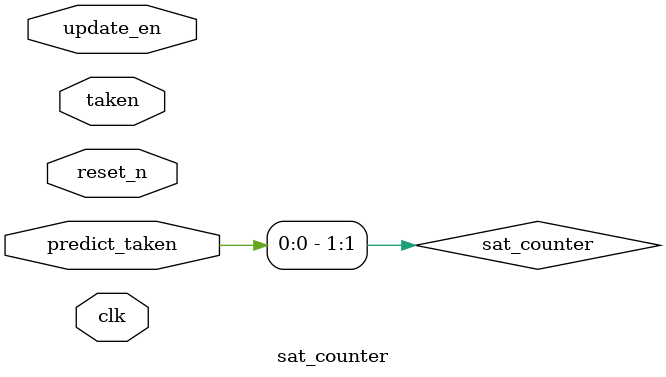
<source format=sv>

module sat_counter(
    input       clk,
    input       reset_n,

    input       update_en,
    input       taken,

    input       predict_taken
);

// Local Variables:
// verilog-library-directories:("." "dir1" "dir2" ...)
// End:

//////////////////////////////////////////////
/*AUTOLOGIC*/
//////////////////////////////////////////////

logic [1:0] sat_counter;

//////////////////////////////////////////////
//main code

assign predict_taken = sat_counter[1];

always @(posedge clk or negedge reset_n)begin
    if(!reset_n)begin
        sat_counter[1:0] <= 2'h0;
    end else if(update_en)begin
        if( sat_counter[1:0] == 2'b11 )begin
            if(!taken)begin
                sat_counter[1:0] <= sat_counter[1:0] - 1;
            end
        end else if( sat_counter[1:0] == 2'b00 ) begin
            if(taken)begin
                sat_counter[1:0] <= sat_counter[1:0] + 1;
            end
        end else begin
            if( taken )begin
                sat_counter[1:0] <= sat_counter[1:0] + 1;
            end else begin
                sat_counter[1:0] <= sat_counter[1:0] - 1;
            end
        end
    end
end

endmodule

</source>
